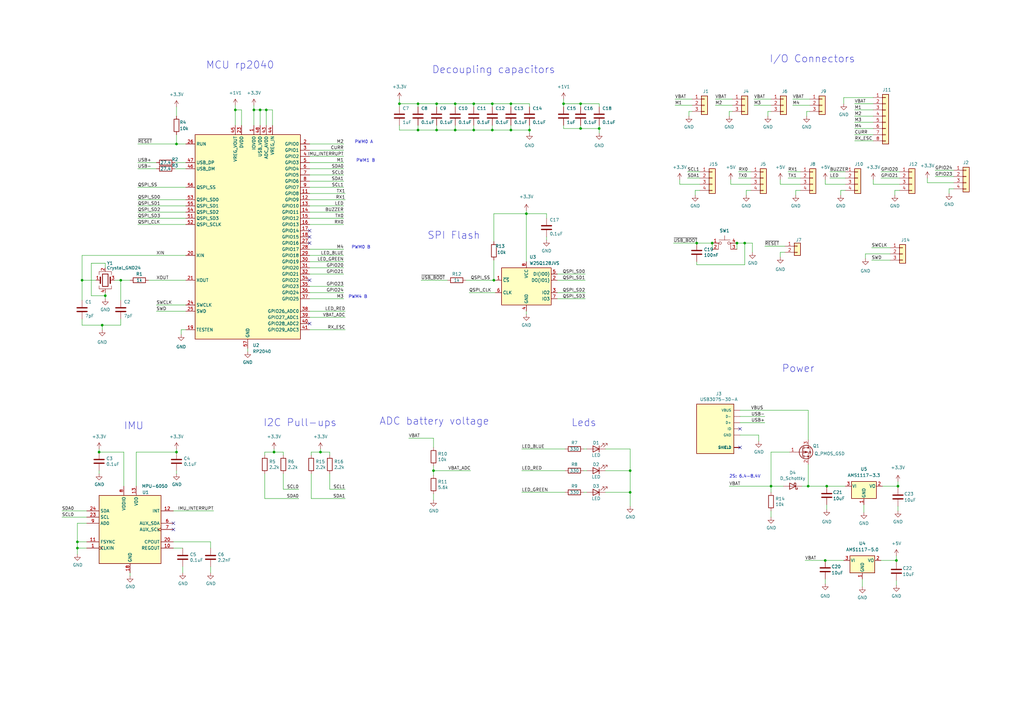
<source format=kicad_sch>
(kicad_sch (version 20211123) (generator eeschema)
  (paper "A3")
  (title_block (title "asac-fc") (date "2023-03-08") (rev "A") (company "Victor Krook"))
  (junction (at 316.23 199.39))
  (junction (at 217.17 53.34))
  (junction (at 194.31 53.34))
  (junction (at 171.45 42.545))
  (junction (at 339.09 199.39))
  (junction (at 292.1 99.695))
  (junction (at 245.745 52.705))
  (junction (at 96.52 45.085))
  (junction (at 215.9 87.63))
  (junction (at 258.445 201.93))
  (junction (at 163.83 42.545))
  (junction (at 368.3 199.39))
  (junction (at 31.75 224.79))
  (junction (at 43.18 121.285))
  (junction (at 302.26 99.695))
  (junction (at 367.665 229.87))
  (junction (at 179.07 53.34))
  (junction (at 194.31 42.545))
  (junction (at 112.395 185.42))
  (junction (at 209.55 42.545))
  (junction (at 209.55 53.34))
  (junction (at 201.93 53.34))
  (junction (at 171.45 53.34))
  (junction (at 202.565 114.935))
  (junction (at 131.445 185.42))
  (junction (at 338.455 229.87))
  (junction (at 238.125 42.545))
  (junction (at 72.39 59.055))
  (junction (at 177.8 193.04))
  (junction (at 186.69 42.545))
  (junction (at 231.14 42.545))
  (junction (at 40.64 185.42))
  (junction (at 72.39 185.42))
  (junction (at 331.47 199.39))
  (junction (at 201.93 42.545))
  (junction (at 238.125 52.705))
  (junction (at 31.75 222.25))
  (junction (at 186.69 53.34))
  (junction (at 104.14 45.085))
  (junction (at 285.75 99.695))
  (junction (at 305.435 99.695))
  (junction (at 258.445 193.04))
  (junction (at 106.68 45.085))
  (junction (at 33.655 114.935))
  (junction (at 109.22 45.085))
  (junction (at 179.07 42.545))
  (junction (at 41.91 133.35))
  (junction (at 49.53 114.935))
  (no_connect (at 71.12 214.63))
  (no_connect (at 71.12 217.17))
  (no_connect (at 127 132.715))
  (no_connect (at 127 97.155))
  (no_connect (at 127 99.695))
  (no_connect (at 303.53 183.515))
  (no_connect (at 127 94.615))
  (no_connect (at 127 114.935))
  (no_connect (at 303.53 175.895))
  (wire (pts (xy 202.565 114.935) (xy 203.2 114.935)))
  (wire (pts (xy 350.52 50.165) (xy 358.14 50.165)))
  (wire (pts (xy 209.55 51.435) (xy 209.55 53.34)))
  (wire (pts (xy 31.75 227.33) (xy 31.75 224.79)))
  (wire (pts (xy 228.6 120.015) (xy 240.03 120.015)))
  (wire (pts (xy 40.64 185.42) (xy 40.64 184.15)))
  (wire (pts (xy 339.09 199.39) (xy 346.71 199.39)))
  (wire (pts (xy 172.72 114.935) (xy 183.515 114.935)))
  (wire (pts (xy 391.16 72.39) (xy 383.54 72.39)))
  (wire (pts (xy 179.07 43.815) (xy 179.07 42.545)))
  (wire (pts (xy 99.06 45.085) (xy 96.52 45.085)))
  (wire (pts (xy 299.085 199.39) (xy 316.23 199.39)))
  (wire (pts (xy 350.52 52.705) (xy 358.14 52.705)))
  (wire (pts (xy 380.365 73.025) (xy 380.365 74.93)))
  (wire (pts (xy 127 135.255) (xy 141.605 135.255)))
  (wire (pts (xy 306.07 80.01) (xy 306.07 78.105)))
  (wire (pts (xy 179.07 53.34) (xy 179.07 51.435)))
  (wire (pts (xy 391.16 69.85) (xy 383.54 69.85)))
  (wire (pts (xy 201.93 42.545) (xy 209.55 42.545)))
  (wire (pts (xy 248.285 184.15) (xy 258.445 184.15)))
  (wire (pts (xy 302.26 99.695) (xy 305.435 99.695)))
  (wire (pts (xy 231.14 52.705) (xy 231.14 51.435)))
  (wire (pts (xy 53.34 236.22) (xy 53.34 234.95)))
  (wire (pts (xy 285.115 80.01) (xy 285.115 78.105)))
  (wire (pts (xy 33.655 130.81) (xy 33.655 133.35)))
  (wire (pts (xy 354.965 104.14) (xy 365.125 104.14)))
  (wire (pts (xy 177.8 193.04) (xy 193.04 193.04)))
  (wire (pts (xy 135.255 186.69) (xy 135.255 185.42)))
  (wire (pts (xy 127 120.015) (xy 140.97 120.015)))
  (wire (pts (xy 350.52 55.245) (xy 358.14 55.245)))
  (wire (pts (xy 64.135 127.635) (xy 76.2 127.635)))
  (wire (pts (xy 285.75 108.585) (xy 285.75 107.315)))
  (wire (pts (xy 131.445 185.42) (xy 127.635 185.42)))
  (wire (pts (xy 33.655 114.935) (xy 33.655 123.19)))
  (wire (pts (xy 305.435 99.695) (xy 308.61 99.695)))
  (wire (pts (xy 179.07 53.34) (xy 171.45 53.34)))
  (wire (pts (xy 116.205 185.42) (xy 112.395 185.42)))
  (wire (pts (xy 191.135 114.935) (xy 202.565 114.935)))
  (wire (pts (xy 316.23 199.39) (xy 316.23 185.42)))
  (wire (pts (xy 367.665 227.965) (xy 367.665 229.87)))
  (wire (pts (xy 350.52 57.785) (xy 358.14 57.785)))
  (wire (pts (xy 171.45 51.435) (xy 171.45 53.34)))
  (wire (pts (xy 111.76 45.085) (xy 111.76 51.435)))
  (wire (pts (xy 127 84.455) (xy 140.97 84.455)))
  (wire (pts (xy 86.36 222.25) (xy 71.12 222.25)))
  (wire (pts (xy 316.23 199.39) (xy 321.31 199.39)))
  (wire (pts (xy 368.3 197.485) (xy 368.3 199.39)))
  (wire (pts (xy 192.405 120.015) (xy 203.2 120.015)))
  (wire (pts (xy 325.12 40.64) (xy 332.105 40.64)))
  (wire (pts (xy 340.36 70.485) (xy 346.71 70.485)))
  (wire (pts (xy 248.285 201.93) (xy 258.445 201.93)))
  (wire (pts (xy 293.37 40.64) (xy 300.355 40.64)))
  (wire (pts (xy 37.465 107.95) (xy 37.465 121.285)))
  (wire (pts (xy 86.36 224.79) (xy 86.36 222.25)))
  (wire (pts (xy 112.395 185.42) (xy 108.585 185.42)))
  (wire (pts (xy 224.155 98.425) (xy 224.155 97.155)))
  (wire (pts (xy 127 127.635) (xy 141.605 127.635)))
  (wire (pts (xy 104.14 43.18) (xy 104.14 45.085)))
  (wire (pts (xy 328.93 199.39) (xy 331.47 199.39)))
  (wire (pts (xy 213.995 201.93) (xy 231.775 201.93)))
  (wire (pts (xy 245.745 42.545) (xy 238.125 42.545)))
  (wire (pts (xy 285.115 78.105) (xy 287.02 78.105)))
  (wire (pts (xy 202.565 106.68) (xy 202.565 114.935)))
  (wire (pts (xy 320.04 73.66) (xy 320.04 75.565)))
  (wire (pts (xy 71.12 224.79) (xy 74.93 224.79)))
  (wire (pts (xy 292.1 102.235) (xy 292.1 99.695)))
  (wire (pts (xy 368.3 199.39) (xy 368.3 200.025)))
  (wire (pts (xy 35.56 214.63) (xy 31.75 214.63)))
  (wire (pts (xy 56.515 92.075) (xy 76.2 92.075)))
  (wire (pts (xy 104.14 45.085) (xy 106.68 45.085)))
  (wire (pts (xy 131.445 185.42) (xy 131.445 184.15)))
  (wire (pts (xy 217.17 54.61) (xy 217.17 53.34)))
  (wire (pts (xy 72.39 59.055) (xy 76.2 59.055)))
  (wire (pts (xy 72.39 55.245) (xy 72.39 59.055)))
  (wire (pts (xy 330.835 47.625) (xy 330.835 45.72)))
  (wire (pts (xy 245.745 52.705) (xy 245.745 51.435)))
  (wire (pts (xy 209.55 42.545) (xy 217.17 42.545)))
  (wire (pts (xy 354.965 106.045) (xy 354.965 104.14)))
  (wire (pts (xy 122.555 200.66) (xy 116.205 200.66)))
  (wire (pts (xy 56.515 86.995) (xy 76.2 86.995)))
  (wire (pts (xy 320.04 103.505) (xy 320.04 105.41)))
  (wire (pts (xy 109.22 45.085) (xy 109.22 51.435)))
  (wire (pts (xy 276.86 43.18) (xy 283.845 43.18)))
  (wire (pts (xy 127 117.475) (xy 140.97 117.475)))
  (wire (pts (xy 96.52 43.18) (xy 96.52 45.085)))
  (wire (pts (xy 171.45 42.545) (xy 171.45 43.815)))
  (wire (pts (xy 74.295 135.255) (xy 76.2 135.255)))
  (wire (pts (xy 238.125 43.815) (xy 238.125 42.545)))
  (wire (pts (xy 217.17 51.435) (xy 217.17 53.34)))
  (wire (pts (xy 186.69 51.435) (xy 186.69 53.34)))
  (wire (pts (xy 245.745 43.815) (xy 245.745 42.545)))
  (wire (pts (xy 339.09 207.01) (xy 339.09 208.915)))
  (wire (pts (xy 330.2 229.87) (xy 338.455 229.87)))
  (wire (pts (xy 321.945 103.505) (xy 320.04 103.505)))
  (wire (pts (xy 167.64 179.705) (xy 177.8 179.705)))
  (wire (pts (xy 71.755 66.675) (xy 76.2 66.675)))
  (wire (pts (xy 74.295 137.16) (xy 74.295 135.255)))
  (wire (pts (xy 231.14 42.545) (xy 231.14 40.64)))
  (wire (pts (xy 353.695 237.49) (xy 353.695 240.665)))
  (wire (pts (xy 350.52 45.085) (xy 358.14 45.085)))
  (wire (pts (xy 163.83 43.815) (xy 163.83 42.545)))
  (wire (pts (xy 56.515 89.535) (xy 76.2 89.535)))
  (wire (pts (xy 35.56 222.25) (xy 31.75 222.25)))
  (wire (pts (xy 108.585 204.47) (xy 108.585 194.31)))
  (wire (pts (xy 338.455 229.87) (xy 346.075 229.87)))
  (wire (pts (xy 323.215 70.485) (xy 328.295 70.485)))
  (wire (pts (xy 72.39 43.815) (xy 72.39 47.625)))
  (wire (pts (xy 127.635 204.47) (xy 127.635 194.31)))
  (wire (pts (xy 33.655 104.775) (xy 76.2 104.775)))
  (wire (pts (xy 245.745 52.705) (xy 238.125 52.705)))
  (wire (pts (xy 60.96 114.935) (xy 76.2 114.935)))
  (wire (pts (xy 177.8 202.565) (xy 177.8 205.105)))
  (wire (pts (xy 194.31 42.545) (xy 201.93 42.545)))
  (wire (pts (xy 127 66.675) (xy 140.97 66.675)))
  (wire (pts (xy 326.39 80.01) (xy 326.39 78.105)))
  (wire (pts (xy 127.635 185.42) (xy 127.635 186.69)))
  (wire (pts (xy 281.94 73.025) (xy 287.02 73.025)))
  (wire (pts (xy 35.56 209.55) (xy 25.4 209.55)))
  (wire (pts (xy 163.83 53.34) (xy 163.83 51.435)))
  (wire (pts (xy 96.52 45.085) (xy 96.52 51.435)))
  (wire (pts (xy 245.745 54.61) (xy 245.745 52.705)))
  (wire (pts (xy 177.8 179.705) (xy 177.8 183.515)))
  (wire (pts (xy 49.53 114.935) (xy 49.53 123.19)))
  (wire (pts (xy 127 76.835) (xy 140.97 76.835)))
  (wire (pts (xy 213.995 184.15) (xy 231.775 184.15)))
  (wire (pts (xy 346.075 42.545) (xy 346.075 40.005)))
  (wire (pts (xy 238.125 42.545) (xy 231.14 42.545)))
  (wire (pts (xy 177.8 193.04) (xy 177.8 194.945)))
  (wire (pts (xy 299.085 45.72) (xy 300.355 45.72)))
  (wire (pts (xy 106.68 45.085) (xy 106.68 51.435)))
  (wire (pts (xy 308.61 99.695) (xy 308.61 103.505)))
  (wire (pts (xy 309.245 43.18) (xy 316.23 43.18)))
  (wire (pts (xy 74.93 232.41) (xy 74.93 234.95)))
  (wire (pts (xy 302.895 73.025) (xy 307.975 73.025)))
  (wire (pts (xy 330.835 45.72) (xy 332.105 45.72)))
  (wire (pts (xy 306.07 78.105) (xy 307.975 78.105)))
  (wire (pts (xy 368.3 207.645) (xy 368.3 209.55)))
  (wire (pts (xy 228.6 122.555) (xy 240.03 122.555)))
  (wire (pts (xy 239.395 201.93) (xy 240.665 201.93)))
  (wire (pts (xy 228.6 114.935) (xy 240.03 114.935)))
  (wire (pts (xy 344.805 80.01) (xy 344.805 78.105)))
  (wire (pts (xy 50.8 185.42) (xy 50.8 199.39)))
  (wire (pts (xy 358.14 75.565) (xy 368.935 75.565)))
  (wire (pts (xy 325.12 43.18) (xy 332.105 43.18)))
  (wire (pts (xy 209.55 42.545) (xy 209.55 43.815)))
  (wire (pts (xy 285.75 99.695) (xy 276.225 99.695)))
  (wire (pts (xy 127 112.395) (xy 140.97 112.395)))
  (wire (pts (xy 127 130.175) (xy 141.605 130.175)))
  (wire (pts (xy 46.99 114.935) (xy 49.53 114.935)))
  (wire (pts (xy 224.155 87.63) (xy 215.9 87.63)))
  (wire (pts (xy 361.95 199.39) (xy 368.3 199.39)))
  (wire (pts (xy 239.395 193.04) (xy 240.665 193.04)))
  (wire (pts (xy 104.14 45.085) (xy 104.14 51.435)))
  (wire (pts (xy 171.45 42.545) (xy 179.07 42.545)))
  (wire (pts (xy 367.665 238.125) (xy 367.665 240.03)))
  (wire (pts (xy 31.75 214.63) (xy 31.75 222.25)))
  (wire (pts (xy 108.585 185.42) (xy 108.585 186.69)))
  (wire (pts (xy 194.31 53.34) (xy 186.69 53.34)))
  (wire (pts (xy 127 92.075) (xy 140.97 92.075)))
  (wire (pts (xy 33.655 104.775) (xy 33.655 114.935)))
  (wire (pts (xy 302.26 102.235) (xy 302.26 99.695)))
  (wire (pts (xy 116.205 186.69) (xy 116.205 185.42)))
  (wire (pts (xy 389.255 77.47) (xy 391.16 77.47)))
  (wire (pts (xy 56.515 66.675) (xy 64.135 66.675)))
  (wire (pts (xy 344.805 78.105) (xy 346.71 78.105)))
  (wire (pts (xy 367.665 229.87) (xy 367.665 230.505)))
  (wire (pts (xy 71.755 69.215) (xy 76.2 69.215)))
  (wire (pts (xy 282.575 45.72) (xy 283.845 45.72)))
  (wire (pts (xy 194.31 51.435) (xy 194.31 53.34)))
  (wire (pts (xy 163.83 42.545) (xy 163.83 40.64)))
  (wire (pts (xy 338.455 73.66) (xy 338.455 75.565)))
  (wire (pts (xy 367.03 78.105) (xy 368.935 78.105)))
  (wire (pts (xy 112.395 185.42) (xy 112.395 184.15)))
  (wire (pts (xy 55.88 185.42) (xy 55.88 199.39)))
  (wire (pts (xy 127 86.995) (xy 140.97 86.995)))
  (wire (pts (xy 215.9 87.63) (xy 215.9 86.36)))
  (wire (pts (xy 127 89.535) (xy 140.97 89.535)))
  (wire (pts (xy 238.125 52.705) (xy 231.14 52.705)))
  (wire (pts (xy 31.75 224.79) (xy 35.56 224.79)))
  (wire (pts (xy 127 122.555) (xy 140.97 122.555)))
  (wire (pts (xy 122.555 204.47) (xy 108.585 204.47)))
  (wire (pts (xy 201.93 53.34) (xy 194.31 53.34)))
  (wire (pts (xy 43.18 121.285) (xy 43.18 122.555)))
  (wire (pts (xy 340.36 73.025) (xy 346.71 73.025)))
  (wire (pts (xy 56.515 81.915) (xy 76.2 81.915)))
  (wire (pts (xy 163.83 42.545) (xy 171.45 42.545)))
  (wire (pts (xy 41.91 133.35) (xy 41.91 135.255)))
  (wire (pts (xy 331.47 199.39) (xy 339.09 199.39)))
  (wire (pts (xy 56.515 69.215) (xy 64.135 69.215)))
  (wire (pts (xy 25.4 212.09) (xy 35.56 212.09)))
  (wire (pts (xy 202.565 87.63) (xy 202.565 99.06)))
  (wire (pts (xy 72.39 185.42) (xy 55.88 185.42)))
  (wire (pts (xy 33.655 114.935) (xy 39.37 114.935)))
  (wire (pts (xy 389.255 79.375) (xy 389.255 77.47)))
  (wire (pts (xy 141.605 204.47) (xy 127.635 204.47)))
  (wire (pts (xy 106.68 45.085) (xy 109.22 45.085)))
  (wire (pts (xy 367.03 80.01) (xy 367.03 78.105)))
  (wire (pts (xy 72.39 194.31) (xy 72.39 193.04)))
  (wire (pts (xy 299.72 75.565) (xy 307.975 75.565)))
  (wire (pts (xy 127 71.755) (xy 140.97 71.755)))
  (wire (pts (xy 179.07 42.545) (xy 186.69 42.545)))
  (wire (pts (xy 311.15 178.435) (xy 303.53 178.435)))
  (wire (pts (xy 71.12 209.55) (xy 87.63 209.55)))
  (wire (pts (xy 285.75 108.585) (xy 305.435 108.585)))
  (wire (pts (xy 177.8 191.135) (xy 177.8 193.04)))
  (wire (pts (xy 56.515 76.835) (xy 76.2 76.835)))
  (wire (pts (xy 258.445 201.93) (xy 258.445 207.645)))
  (wire (pts (xy 127 104.775) (xy 140.97 104.775)))
  (wire (pts (xy 40.64 185.42) (xy 50.8 185.42)))
  (wire (pts (xy 331.47 168.275) (xy 331.47 180.34)))
  (wire (pts (xy 171.45 53.34) (xy 163.83 53.34)))
  (wire (pts (xy 258.445 193.04) (xy 258.445 201.93)))
  (wire (pts (xy 323.215 73.025) (xy 328.295 73.025)))
  (wire (pts (xy 320.04 75.565) (xy 328.295 75.565)))
  (wire (pts (xy 281.94 70.485) (xy 287.02 70.485)))
  (wire (pts (xy 357.505 101.6) (xy 365.125 101.6)))
  (wire (pts (xy 37.465 121.285) (xy 43.18 121.285)))
  (wire (pts (xy 127 64.135) (xy 140.97 64.135)))
  (wire (pts (xy 127 81.915) (xy 141.605 81.915)))
  (wire (pts (xy 238.125 52.705) (xy 238.125 51.435)))
  (wire (pts (xy 99.06 51.435) (xy 99.06 45.085)))
  (wire (pts (xy 338.455 75.565) (xy 346.71 75.565)))
  (wire (pts (xy 64.135 125.095) (xy 76.2 125.095)))
  (wire (pts (xy 135.255 194.31) (xy 135.255 200.66)))
  (wire (pts (xy 303.53 173.355) (xy 313.69 173.355)))
  (wire (pts (xy 127 74.295) (xy 140.97 74.295)))
  (wire (pts (xy 326.39 78.105) (xy 328.295 78.105)))
  (wire (pts (xy 31.75 222.25) (xy 31.75 224.79)))
  (wire (pts (xy 302.895 70.485) (xy 307.975 70.485)))
  (wire (pts (xy 217.17 42.545) (xy 217.17 43.815)))
  (wire (pts (xy 293.37 43.18) (xy 300.355 43.18)))
  (wire (pts (xy 72.39 185.42) (xy 72.39 184.15)))
  (wire (pts (xy 56.515 59.055) (xy 72.39 59.055)))
  (wire (pts (xy 56.515 84.455) (xy 76.2 84.455)))
  (wire (pts (xy 299.72 73.66) (xy 299.72 75.565)))
  (wire (pts (xy 33.655 133.35) (xy 41.91 133.35)))
  (wire (pts (xy 313.69 170.815) (xy 303.53 170.815)))
  (wire (pts (xy 49.53 114.935) (xy 53.34 114.935)))
  (wire (pts (xy 368.935 73.025) (xy 361.315 73.025)))
  (wire (pts (xy 354.33 207.01) (xy 354.33 210.185)))
  (wire (pts (xy 49.53 133.35) (xy 49.53 130.81)))
  (wire (pts (xy 109.22 45.085) (xy 111.76 45.085)))
  (wire (pts (xy 186.69 42.545) (xy 186.69 43.815)))
  (wire (pts (xy 314.96 47.625) (xy 314.96 45.72)))
  (wire (pts (xy 276.86 40.64) (xy 283.845 40.64)))
  (wire (pts (xy 201.93 42.545) (xy 201.93 43.815)))
  (wire (pts (xy 217.17 53.34) (xy 209.55 53.34)))
  (wire (pts (xy 338.455 237.49) (xy 338.455 239.395)))
  (wire (pts (xy 239.395 184.15) (xy 240.665 184.15)))
  (wire (pts (xy 43.18 107.95) (xy 37.465 107.95)))
  (wire (pts (xy 228.6 112.395) (xy 240.03 112.395)))
  (wire (pts (xy 258.445 184.15) (xy 258.445 193.04)))
  (wire (pts (xy 248.285 193.04) (xy 258.445 193.04)))
  (wire (pts (xy 278.765 75.565) (xy 287.02 75.565)))
  (wire (pts (xy 309.245 40.64) (xy 316.23 40.64)))
  (wire (pts (xy 299.085 47.625) (xy 299.085 45.72)))
  (wire (pts (xy 305.435 99.695) (xy 305.435 108.585)))
  (wire (pts (xy 209.55 53.34) (xy 201.93 53.34)))
  (wire (pts (xy 380.365 74.93) (xy 391.16 74.93)))
  (wire (pts (xy 303.53 168.275) (xy 331.47 168.275)))
  (wire (pts (xy 40.64 194.31) (xy 40.64 193.04)))
  (wire (pts (xy 282.575 47.625) (xy 282.575 45.72)))
  (wire (pts (xy 101.6 142.875) (xy 101.6 144.145)))
  (wire (pts (xy 331.47 190.5) (xy 331.47 199.39)))
  (wire (pts (xy 186.69 53.34) (xy 179.07 53.34)))
  (wire (pts (xy 368.935 70.485) (xy 361.315 70.485)))
  (wire (pts (xy 127 107.315) (xy 140.97 107.315)))
  (wire (pts (xy 358.14 73.66) (xy 358.14 75.565)))
  (wire (pts (xy 127 69.215) (xy 140.97 69.215)))
  (wire (pts (xy 292.1 99.695) (xy 285.75 99.695)))
  (wire (pts (xy 213.995 193.04) (xy 231.775 193.04)))
  (wire (pts (xy 127 109.855) (xy 140.97 109.855)))
  (wire (pts (xy 346.075 40.005) (xy 358.14 40.005)))
  (wire (pts (xy 43.18 109.855) (xy 43.18 107.95)))
  (wire (pts (xy 316.23 201.93) (xy 316.23 199.39)))
  (wire (pts (xy 127 79.375) (xy 141.605 79.375)))
  (wire (pts (xy 314.96 45.72) (xy 316.23 45.72)))
  (wire (pts (xy 215.9 127.635) (xy 215.9 128.905)))
  (wire (pts (xy 316.23 185.42) (xy 323.85 185.42)))
  (wire (pts (xy 127 59.055) (xy 140.97 59.055)))
  (wire (pts (xy 86.36 232.41) (xy 86.36 234.95)))
  (wire (pts (xy 135.255 185.42) (xy 131.445 185.42)))
  (wire (pts (xy 224.155 89.535) (xy 224.155 87.63)))
  (wire (pts (xy 194.31 42.545) (xy 194.31 43.815)))
  (wire (pts (xy 215.9 87.63) (xy 202.565 87.63)))
  (wire (pts (xy 278.765 73.66) (xy 278.765 75.565)))
  (wire (pts (xy 321.945 100.965) (xy 313.69 100.965)))
  (wire (pts (xy 186.69 42.545) (xy 194.31 42.545)))
  (wire (pts (xy 350.52 47.625) (xy 358.14 47.625)))
  (wire (pts (xy 127 102.235) (xy 140.97 102.235)))
  (wire (pts (xy 141.605 200.66) (xy 135.255 200.66)))
  (wire (pts (xy 43.18 120.015) (xy 43.18 121.285)))
  (wire (pts (xy 201.93 51.435) (xy 201.93 53.34)))
  (wire (pts (xy 357.505 106.68) (xy 365.125 106.68)))
  (wire (pts (xy 116.205 194.31) (xy 116.205 200.66)))
  (wire (pts (xy 311.15 180.975) (xy 311.15 178.435)))
  (wire (pts (xy 361.315 229.87) (xy 367.665 229.87)))
  (wire (pts (xy 215.9 87.63) (xy 215.9 107.315)))
  (wire (pts (xy 231.14 43.815) (xy 231.14 42.545)))
  (wire (pts (xy 350.52 42.545) (xy 358.14 42.545)))
  (wire (pts (xy 316.23 212.09) (xy 316.23 209.55)))
  (wire (pts (xy 127 61.595) (xy 140.97 61.595)))
  (wire (pts (xy 41.91 133.35) (xy 49.53 133.35)))
  (text "Power" (at 320.675 153.035 0) (effects (font (size 2.9972 2.9972)) (justify left bottom)))
  (text "2S: 6.4-8.4V" (at 299.085 196.215 0) (effects (font (size 1.27 1.27)) (justify left bottom)))
  (text "MCU rp2040" (at 84.455 28.575 0) (effects (font (size 2.9972 2.9972)) (justify left bottom)))
  (text "IMU" (at 50.8 176.53 0) (effects (font (size 2.9972 2.9972)) (justify left bottom)))
  (text "Leds" (at 234.315 175.26 0) (effects (font (size 2.9972 2.9972)) (justify left bottom)))
  (text "PWM1 B" (at 146.05 66.675 0) (effects (font (size 1.27 1.27)) (justify left bottom)))
  (text "SPI Flash" (at 175.26 98.425 0) (effects (font (size 2.9972 2.9972)) (justify left bottom)))
  (text "Decoupling capacitors" (at 177.165 30.48 0) (effects (font (size 2.9972 2.9972)) (justify left bottom)))
  (text "I/O Connectors" (at 315.595 26.035 0) (effects (font (size 2.9972 2.9972)) (justify left bottom)))
  (text "PWM4 B" (at 142.875 122.555 0) (effects (font (size 1.27 1.27)) (justify left bottom)))
  (text "I2C Pull-ups" (at 107.95 175.26 0) (effects (font (size 2.9972 2.9972)) (justify left bottom)))
  (text "PWM0 A" (at 145.415 59.055 0) (effects (font (size 1.27 1.27)) (justify left bottom)))
  (text "ADC battery voltage" (at 155.575 174.625 0) (effects (font (size 2.9972 2.9972)) (justify left bottom)))
  (text "PWM0 B" (at 144.145 102.235 0) (effects (font (size 1.27 1.27)) (justify left bottom)))
  (label "M1" (at 140.97 66.675 180))
  (label "CURR" (at 140.97 61.595 180))
  (label "RX0" (at 140.97 92.075 180))
  (label "XIN" (at 64.135 104.775 0))
  (label "QSPI_SD1" (at 240.03 114.935 180))
  (label "TX0" (at 140.97 89.535 180))
  (label "SCL1" (at 140.97 76.835 180))
  (label "M3" (at 350.52 50.165 0))
  (label "SWCLK" (at 64.135 125.095 0))
  (label "GPIO23" (at 140.97 117.475 180))
  (label "LED_BLUE" (at 140.97 104.775 180))
  (label "XOUT" (at 64.135 114.935 0))
  (label "VBAT" (at 167.64 179.705 0))
  (label "GPIO23" (at 383.54 72.39 0))
  (label "SDA1" (at 140.97 74.295 180))
  (label "QSPI_SD1" (at 56.515 84.455 0))
  (label "SCL0" (at 122.555 200.66 180))
  (label "VBAT" (at 330.2 229.87 0))
  (label "SDA0" (at 140.97 69.215 180))
  (label "RX0" (at 302.895 70.485 0))
  (label "QSPI_SD0" (at 240.03 112.395 180))
  (label "GPIO24" (at 383.54 69.85 0))
  (label "USB-" (at 56.515 69.215 0))
  (label "RX_ESC" (at 141.605 135.255 180))
  (label "SDA1" (at 141.605 204.47 180))
  (label "VBUS" (at 307.975 168.275 0))
  (label "QSPI_SD3" (at 240.03 122.555 180))
  (label "USB+" (at 313.69 173.355 180))
  (label "RX1" (at 323.215 70.485 0))
  (label "SCL0" (at 25.4 212.09 0))
  (label "GPIO24" (at 140.97 120.015 180))
  (label "SCL1" (at 141.605 200.66 180))
  (label "QSPI_SS" (at 56.515 76.835 0))
  (label "QSPI_CLK" (at 56.515 92.075 0))
  (label "SWCLK" (at 357.505 101.6 0))
  (label "SWD" (at 357.505 106.68 0))
  (label "SCL1" (at 281.94 70.485 0))
  (label "SDA0" (at 122.555 204.47 180))
  (label "VBAT" (at 276.86 40.64 0))
  (label "VBAT" (at 299.085 199.39 0))
  (label "M1" (at 350.52 45.085 0))
  (label "M2" (at 140.97 59.055 180))
  (label "~{USB_BOOT}" (at 172.72 114.935 0))
  (label "M3" (at 140.97 122.555 180))
  (label "M4" (at 325.12 43.18 0))
  (label "BUZZER" (at 340.36 70.485 0))
  (label "VBAT" (at 293.37 40.64 0))
  (label "SDA1" (at 281.94 73.025 0))
  (label "SDA0" (at 25.4 209.55 0))
  (label "M4" (at 350.52 52.705 0))
  (label "QSPI_SD2" (at 56.515 86.995 0))
  (label "TX1" (at 141.605 79.375 180))
  (label "QSPI_SD3" (at 56.515 89.535 0))
  (label "USB+" (at 56.515 66.675 0))
  (label "LED_GREEN" (at 140.97 107.315 180))
  (label "LED_RED" (at 213.995 193.04 0))
  (label "LED_RED" (at 141.605 127.635 180))
  (label "M2" (at 293.37 43.18 0))
  (label "GPIO21" (at 140.97 112.395 180))
  (label "SCL0" (at 140.97 71.755 180))
  (label "M1" (at 276.86 43.18 0))
  (label "GPIO20" (at 140.97 109.855 180))
  (label "M4" (at 140.97 102.235 180))
  (label "VBAT" (at 309.245 40.64 0))
  (label "LED" (at 340.36 73.025 0))
  (label "BUZZER" (at 140.97 86.995 180))
  (label "~{RESET}" (at 313.69 100.965 0))
  (label "USB-" (at 313.69 170.815 180))
  (label "IMU_INTERRUPT" (at 140.97 64.135 180))
  (label "QSPI_CLK" (at 192.405 120.015 0))
  (label "M2" (at 350.52 47.625 0))
  (label "VBAT" (at 350.52 42.545 0))
  (label "QSPI_SD0" (at 56.515 81.915 0))
  (label "RX1" (at 141.605 81.915 180))
  (label "M3" (at 309.245 43.18 0))
  (label "QSPI_SS" (at 193.04 114.935 0))
  (label "LED_GREEN" (at 213.995 201.93 0))
  (label "GPIO21" (at 361.315 73.025 0))
  (label "VBAT_ADC" (at 193.04 193.04 180))
  (label "~{RESET}" (at 56.515 59.055 0))
  (label "LED_BLUE" (at 213.995 184.15 0))
  (label "TX0" (at 302.895 73.025 0))
  (label "IMU_INTERRUPT" (at 87.63 209.55 180))
  (label "SWD" (at 64.135 127.635 0))
  (label "RX_ESC" (at 350.52 57.785 0))
  (label "VBAT" (at 325.12 40.64 0))
  (label "TX1" (at 323.215 73.025 0))
  (label "CURR" (at 350.52 55.245 0))
  (label "LED" (at 140.97 84.455 180))
  (label "~{USB_BOOT}" (at 276.225 99.695 0))
  (label "GPIO20" (at 361.315 70.485 0))
  (label "VBAT_ADC" (at 141.605 130.175 180))
  (label "QSPI_SD2" (at 240.03 120.015 180))
  (symbol (lib_id "power:GND") (at 314.96 47.625 0) (unit 1)
    (property "Reference" "#PWR0120" (effects hide))
    (property "Value" "GND" (at 314.96 52.07 0))
  )
  (symbol (lib_id "Connector_Generic:Conn_01x03") (at 321.31 43.18 0) (unit 1)
    (property "Reference" "J6" (at 320.675 37.465 0) (effects (justify left)))
    (property "Value" "Conn_01x03" (effects hide))
    (property "Footprint" "Custom:Conn_01x03_2big_1small" (effects hide))
  )
  (symbol (lib_id "power:+3.3V") (at 72.39 43.815 0) (unit 1)
    (property "Reference" "#PWR0103" (effects hide))
    (property "Value" "+3.3V" (at 72.39 38.735 0))
  )
  (symbol (lib_id "Device:C") (at 201.93 47.625 0) (unit 1)
    (property "Reference" "C12" (at 203.2 44.45 0) (effects (justify left)))
    (property "Value" "0.1uF" (at 203.2 50.165 0) (effects (justify left)))
    (property "Footprint" "Capacitor_SMD:C_0402_1005Metric" (effects hide))
  )
  (symbol (lib_id "power:+1V1") (at 96.52 43.18 0) (unit 1)
    (property "Reference" "#PWR0102" (effects hide))
    (property "Value" "+1V1" (at 96.52 38.1 0))
  )
  (symbol (lib_id "power:GND") (at 339.09 208.915 0) (unit 1)
    (property "Reference" "#PWR0133" (effects hide))
    (property "Value" "GND" (at 339.09 213.995 0))
  )
  (symbol (lib_id "power:GND") (at 224.155 98.425 0) (unit 1)
    (property "Reference" "#PWR0148" (effects hide))
    (property "Value" "GND" (at 224.155 102.87 0))
  )
  (symbol (lib_id "power:+3.3V") (at 104.14 43.18 0) (unit 1)
    (property "Reference" "#PWR0101" (effects hide))
    (property "Value" "+3.3V" (at 104.14 38.1 0))
  )
  (symbol (lib_id "Device:C") (at 194.31 47.625 0) (unit 1)
    (property "Reference" "C11" (at 195.58 44.45 0) (effects (justify left)))
    (property "Value" "0.1uF" (at 195.58 50.165 0) (effects (justify left)))
    (property "Footprint" "Capacitor_SMD:C_0402_1005Metric" (effects hide))
  )
  (symbol (lib_id "power:+3.3V") (at 278.765 73.66 0) (unit 1)
    (property "Reference" "#PWR0153" (effects hide))
    (property "Value" "+3.3V" (at 278.765 68.58 0))
  )
  (symbol (lib_id "power:GND") (at 101.6 144.145 0) (unit 1)
    (property "Reference" "#PWR0109" (effects hide))
    (property "Value" "GND" (at 101.6 148.59 0))
  )
  (symbol (lib_id "Connector_Generic:Conn_01x03") (at 288.925 43.18 0) (unit 1)
    (property "Reference" "J1" (at 288.29 37.465 0) (effects (justify left)))
    (property "Value" "Conn_01x03" (effects hide))
    (property "Footprint" "Custom:Conn_01x03_2big_1small" (effects hide))
  )
  (symbol (lib_id "power:+5V") (at 320.04 73.66 0) (unit 1)
    (property "Reference" "#PWR0142" (effects hide))
    (property "Value" "+5V" (at 320.04 68.58 0))
  )
  (symbol (lib_id "Device:R") (at 316.23 205.74 0) (unit 1)
    (property "Reference" "R14" (at 318.008 204.5716 0) (effects (justify left)))
    (property "Value" "10k" (at 318.008 206.883 0) (effects (justify left)))
    (property "Footprint" "Resistor_SMD:R_0402_1005Metric" (effects hide))
  )
  (symbol (lib_id "power:GND") (at 316.23 212.09 0) (unit 1)
    (property "Reference" "#PWR0144" (effects hide))
    (property "Value" "GND" (at 316.357 216.4842 0))
  )
  (symbol (lib_id "Connector_Generic:Conn_01x04") (at 333.375 73.025 0) (unit 1)
    (property "Reference" "J8" (at 332.105 67.31 0) (effects (justify left)))
    (property "Value" "Conn_01x04" (effects hide))
    (property "Footprint" "Custom:Conn_01x04_fpv" (effects hide))
  )
  (symbol (lib_id "Device:C") (at 33.655 127 0) (unit 1)
    (property "Reference" "C1" (at 34.925 123.825 0) (effects (justify left)))
    (property "Value" "7pF" (at 34.925 129.54 0) (effects (justify left)))
    (property "Footprint" "Capacitor_SMD:C_0402_1005Metric" (effects hide))
  )
  (symbol (lib_id "power:GND") (at 330.835 47.625 0) (unit 1)
    (property "Reference" "#PWR0121" (effects hide))
    (property "Value" "GND" (at 330.835 52.07 0))
  )
  (symbol (lib_id "power:GND") (at 308.61 103.505 0) (unit 1)
    (property "Reference" "#PWR0147" (effects hide))
    (property "Value" "GND" (at 308.737 107.8992 0))
  )
  (symbol (lib_id "Connector_Generic:Conn_01x08") (at 363.22 47.625 0) (unit 1)
    (property "Reference" "J11" (at 361.95 36.83 0) (effects (justify left)))
    (property "Value" "Conn_01x08" (effects hide))
    (property "Footprint" "Connector_JST:JST_SH_SM08B-SRSS-TB_1x08-1MP_P1.00mm_Horizontal" (effects hide))
  )
  (symbol (lib_id "Connector_Generic:Conn_01x02") (at 327.025 100.965 0) (unit 1)
    (property "Reference" "J7" (at 326.39 98.425 0) (effects (justify left)))
    (property "Value" "Conn_01x02" (effects hide))
    (property "Footprint" "Custom:Conn_01x02_small" (effects hide))
  )
  (symbol (lib_id "Device:C") (at 40.64 189.23 0) (unit 1)
    (property "Reference" "C3" (at 43.561 188.0616 0) (effects (justify left)))
    (property "Value" "0.1uF" (at 43.561 190.373 0) (effects (justify left)))
    (property "Footprint" "Capacitor_SMD:C_0402_1005Metric" (effects hide))
  )
  (symbol (lib_id "power:GND") (at 41.91 135.255 0) (unit 1)
    (property "Reference" "#PWR0106" (effects hide))
    (property "Value" "GND" (at 41.91 140.335 0))
  )
  (symbol (lib_id "Connector_Generic:Conn_01x04") (at 374.015 73.025 0) (unit 1)
    (property "Reference" "J12" (at 372.745 67.31 0) (effects (justify left)))
    (property "Value" "Conn_01x04" (effects hide))
    (property "Footprint" "Custom:Conn_01x04_fpv_smd" (effects hide))
  )
  (symbol (lib_id "power:GND") (at 353.695 240.665 0) (unit 1)
    (property "Reference" "#PWR0136" (effects hide))
    (property "Value" "GND" (at 353.695 245.11 0))
  )
  (symbol (lib_id "Device:R") (at 235.585 201.93 270) (unit 1)
    (property "Reference" "R9" (at 235.585 199.39 90))
    (property "Value" "330" (at 235.585 201.93 90))
    (property "Footprint" "Resistor_SMD:R_0402_1005Metric" (effects hide))
  )
  (symbol (lib_id "power:GND") (at 311.15 180.975 0) (unit 1)
    (property "Reference" "#PWR0145" (effects hide))
    (property "Value" "GND" (at 311.277 185.3692 0))
  )
  (symbol (lib_id "power:GND") (at 177.8 205.105 0) (unit 1)
    (property "Reference" "#PWR0150" (effects hide))
    (property "Value" "GND" (at 177.927 209.4992 0))
  )
  (symbol (lib_id "Device:C") (at 368.3 203.835 0) (unit 1)
    (property "Reference" "C23" (at 370.84 202.565 0) (effects (justify left)))
    (property "Value" "10uF" (at 370.84 205.105 0) (effects (justify left)))
    (property "Footprint" "Capacitor_SMD:C_0805_2012Metric" (effects hide))
  )
  (symbol (lib_id "Device:C") (at 217.17 47.625 0) (unit 1)
    (property "Reference" "C14" (at 218.44 44.45 0) (effects (justify left)))
    (property "Value" "0.1uF" (at 218.44 50.165 0) (effects (justify left)))
    (property "Footprint" "Capacitor_SMD:C_0402_1005Metric" (effects hide))
  )
  (symbol (lib_id "Device:C") (at 49.53 127 0) (unit 1)
    (property "Reference" "C2" (at 50.8 123.825 0) (effects (justify left)))
    (property "Value" "7pF" (at 50.8 129.54 0) (effects (justify left)))
    (property "Footprint" "Capacitor_SMD:C_0402_1005Metric" (effects hide))
  )
  (symbol (lib_id "power:GND") (at 354.965 106.045 0) (unit 1)
    (property "Reference" "#PWR0151" (effects hide))
    (property "Value" "GND" (at 354.965 111.125 0))
  )
  (symbol (lib_id "power:+3.3V") (at 112.395 184.15 0) (unit 1)
    (property "Reference" "#PWR0118" (effects hide))
    (property "Value" "+3.3V" (at 112.395 179.07 0))
  )
  (symbol (lib_id "Device:C") (at 367.665 234.315 0) (unit 1)
    (property "Reference" "C22" (at 370.205 233.045 0) (effects (justify left)))
    (property "Value" "10uF" (at 370.205 235.585 0) (effects (justify left)))
    (property "Footprint" "Capacitor_SMD:C_0805_2012Metric" (effects hide))
  )
  (symbol (lib_id "Switch:SW_MEC_5E") (at 297.18 102.235 0) (unit 1)
    (property "Reference" "SW1" (at 297.18 94.615 0))
    (property "Value" "BOOT" (effects hide))
    (property "Footprint" "Custom:PTS815" (effects hide))
    (property "Datasheet" "http://www.apem.com/int/index.php?controller=attachment&id_attachment=1371" (effects hide))
  )
  (symbol (lib_id "power:GND") (at 285.115 80.01 0) (unit 1)
    (property "Reference" "#PWR0152" (effects hide))
    (property "Value" "GND" (at 285.115 84.455 0))
  )
  (symbol (lib_id "Connector_Generic:Conn_01x03") (at 370.205 104.14 0) (unit 1)
    (property "Reference" "J14" (at 369.57 98.425 0) (effects (justify left)))
    (property "Value" "Conn_01x03" (effects hide))
    (property "Footprint" "Connector_JST:JST_SH_SM03B-SRSS-TB_1x03-1MP_P1.00mm_Horizontal" (effects hide))
  )
  (symbol (lib_id "power:+3.3V") (at 131.445 184.15 0) (unit 1)
    (property "Reference" "#PWR0157" (effects hide))
    (property "Value" "+3.3V" (at 131.445 179.07 0))
  )
  (symbol (lib_id "power:GND") (at 217.17 54.61 0) (unit 1)
    (property "Reference" "#PWR0122" (effects hide))
    (property "Value" "GND" (at 217.17 59.69 0))
  )
  (symbol (lib_id "power:+3.3V") (at 72.39 184.15 0) (unit 1)
    (property "Reference" "#PWR0117" (effects hide))
    (property "Value" "+3.3V" (at 72.39 179.07 0))
  )
  (symbol (lib_id "Regulator_Linear:AMS1117-3.3") (at 354.33 199.39 0) (unit 1)
    (property "Reference" "U5" (at 354.33 192.405 0))
    (property "Value" "AMS1117-3.3" (at 354.33 194.945 0))
    (property "Footprint" "Package_TO_SOT_SMD:SOT-223-3_TabPin2" (effects hide))
    (property "Datasheet" "http://www.advanced-monolithic.com/pdf/ds1117.pdf" (effects hide))
  )
  (symbol (lib_id "power:GND") (at 354.33 210.185 0) (unit 1)
    (property "Reference" "#PWR0134" (effects hide))
    (property "Value" "GND" (at 354.33 214.63 0))
  )
  (symbol (lib_id "Device:C") (at 72.39 189.23 0) (unit 1)
    (property "Reference" "C4" (at 75.311 188.0616 0) (effects (justify left)))
    (property "Value" "0.1uF" (at 75.311 190.373 0) (effects (justify left)))
    (property "Footprint" "Capacitor_SMD:C_0402_1005Metric" (effects hide))
  )
  (symbol (lib_id "power:+5V") (at 299.72 73.66 0) (unit 1)
    (property "Reference" "#PWR0141" (effects hide))
    (property "Value" "+5V" (at 299.72 68.58 0))
  )
  (symbol (lib_id "power:+5V") (at 367.665 227.965 0) (unit 1)
    (property "Reference" "#PWR0137" (effects hide))
    (property "Value" "+5V" (at 367.665 222.885 0))
  )
  (symbol (lib_id "power:+5V") (at 338.455 73.66 0) (unit 1)
    (property "Reference" "#PWR0130" (effects hide))
    (property "Value" "+5V" (at 338.455 68.58 0))
  )
  (symbol (lib_id "power:GND") (at 338.455 239.395 0) (unit 1)
    (property "Reference" "#PWR0131" (effects hide))
    (property "Value" "GND" (at 338.455 244.475 0))
  )
  (symbol (lib_id "Memory_Flash:W25Q128JVS") (at 215.9 117.475 0) (unit 1)
    (property "Reference" "U3" (at 217.17 105.41 0) (effects (justify left)))
    (property "Value" "W25Q128JVS" (at 217.17 107.95 0) (effects (justify left)))
    (property "Footprint" "Package_SO:SOIC-8_5.23x5.23mm_P1.27mm" (effects hide))
    (property "Datasheet" "http://www.winbond.com/resource-files/w25q128jv_dtr%20revc%2003272018%20plus.pdf" (effects hide))
  )
  (symbol (lib_id "Device:R") (at 235.585 184.15 270) (unit 1)
    (property "Reference" "R7" (at 235.585 181.61 90))
    (property "Value" "330" (at 235.585 184.15 90))
    (property "Footprint" "Resistor_SMD:R_0402_1005Metric" (effects hide))
  )
  (symbol (lib_id "power:GND") (at 245.745 54.61 0) (unit 1)
    (property "Reference" "#PWR0127" (effects hide))
    (property "Value" "GND" (at 245.745 59.69 0))
  )
  (symbol (lib_id "power:+3.3V") (at 215.9 86.36 0) (unit 1)
    (property "Reference" "#PWR0126" (effects hide))
    (property "Value" "+3.3V" (at 215.9 80.645 0))
  )
  (symbol (lib_id "power:GND") (at 74.295 137.16 0) (unit 1)
    (property "Reference" "#PWR0104" (effects hide))
    (property "Value" "GND" (at 74.295 142.24 0))
  )
  (symbol (lib_id "power:GND") (at 368.3 209.55 0) (unit 1)
    (property "Reference" "#PWR0132" (effects hide))
    (property "Value" "GND" (at 368.3 213.995 0))
  )
  (symbol (lib_id "Connector_Generic:Conn_01x04") (at 351.79 73.025 0) (unit 1)
    (property "Reference" "J10" (at 350.52 67.31 0) (effects (justify left)))
    (property "Value" "Conn_01x04" (effects hide))
    (property "Footprint" "Custom:Conn_01x04_fpv" (effects hide))
  )
  (symbol (lib_id "Connector_Generic:Conn_01x03") (at 337.185 43.18 0) (unit 1)
    (property "Reference" "J9" (at 336.55 37.465 0) (effects (justify left)))
    (property "Value" "Conn_01x03" (effects hide))
    (property "Footprint" "Custom:Conn_01x03_2big_1small" (effects hide))
  )
  (symbol (lib_id "power:+3.3V") (at 380.365 73.025 0) (unit 1)
    (property "Reference" "#PWR0155" (effects hide))
    (property "Value" "+3.3V" (at 380.365 67.945 0))
  )
  (symbol (lib_id "MCU_RaspberryPi:RP2040") (at 101.6 97.155 0) (unit 1)
    (property "Reference" "U2" (at 103.6194 141.605 0) (effects (justify left)))
    (property "Value" "RP2040" (at 103.6194 144.145 0) (effects (justify left)))
    (property "Footprint" "Package_DFN_QFN:QFN-56-1EP_7x7mm_P0.4mm_EP3.2x3.2mm" (effects hide))
    (property "Datasheet" "https://datasheets.raspberrypi.com/rp2040/rp2040-datasheet.pdf" (effects hide))
  )
  (symbol (lib_id "power:GND") (at 31.75 227.33 0) (unit 1)
    (property "Reference" "#PWR0110" (effects hide))
    (property "Value" "GND" (at 31.877 231.7242 0))
  )
  (symbol (lib_id "Device:C") (at 74.93 228.6 0) (unit 1)
    (property "Reference" "C5" (at 77.851 227.4316 0) (effects (justify left)))
    (property "Value" "0.1uF" (at 77.851 229.743 0) (effects (justify left)))
    (property "Footprint" "Capacitor_SMD:C_0402_1005Metric" (effects hide))
  )
  (symbol (lib_id "power:GND") (at 72.39 194.31 0) (unit 1)
    (property "Reference" "#PWR0116" (effects hide))
    (property "Value" "GND" (at 72.517 198.7042 0))
  )
  (symbol (lib_id "Device:LED") (at 244.475 184.15 180) (unit 1)
    (property "Reference" "D1" (at 244.475 181.61 0))
    (property "Value" "LED" (at 244.475 186.69 0))
    (property "Footprint" "Custom:LED_0402_1005Metric_No_silk_dot" (effects hide))
  )
  (symbol (lib_id "power:+3.3V") (at 163.83 40.64 0) (unit 1)
    (property "Reference" "#PWR0108" (effects hide))
    (property "Value" "+3.3V" (at 163.83 35.56 0))
  )
  (symbol (lib_id "power:GND") (at 346.075 42.545 0) (unit 1)
    (property "Reference" "#PWR0128" (effects hide))
    (property "Value" "GND" (at 346.075 46.99 0))
  )
  (symbol (lib_id "power:GND") (at 299.085 47.625 0) (unit 1)
    (property "Reference" "#PWR0119" (effects hide))
    (property "Value" "GND" (at 299.085 52.07 0))
  )
  (symbol (lib_id "power:GND") (at 367.665 240.03 0) (unit 1)
    (property "Reference" "#PWR0135" (effects hide))
    (property "Value" "GND" (at 367.665 244.475 0))
  )
  (symbol (lib_id "power:GND") (at 389.255 79.375 0) (unit 1)
    (property "Reference" "#PWR0156" (effects hide))
    (property "Value" "GND" (at 389.255 83.82 0))
  )
  (symbol (lib_id "Device:R") (at 187.325 114.935 90) (unit 1)
    (property "Reference" "R12" (at 187.325 112.395 90))
    (property "Value" "1k" (at 187.325 114.935 90))
    (property "Footprint" "Resistor_SMD:R_0402_1005Metric" (effects hide))
  )
  (symbol (lib_id "Device:Q_PMOS_GSD") (at 328.93 185.42 0) (unit 1)
    (property "Reference" "Q1" (at 333.375 182.88 0) (effects (justify left)))
    (property "Value" "Q_PMOS_GSD" (at 334.01 186.055 0) (effects (justify left)))
    (property "Footprint" "Package_TO_SOT_SMD:SOT-23" (effects hide))
  )
  (symbol (lib_id "Device:C") (at 179.07 47.625 0) (unit 1)
    (property "Reference" "C9" (at 180.34 44.45 0) (effects (justify left)))
    (property "Value" "0.1uF" (at 180.34 50.165 0) (effects (justify left)))
    (property "Footprint" "Capacitor_SMD:C_0402_1005Metric" (effects hide))
  )
  (symbol (lib_id "Device:Crystal_GND24") (at 43.18 114.935 0) (unit 1)
    (property "Reference" "Y1" (at 45.085 107.95 0))
    (property "Value" "Crystal_GND24" (at 50.8 109.855 0))
    (property "Footprint" "Crystal:Crystal_SMD_2016-4Pin_2.0x1.6mm" (effects hide))
  )
  (symbol (lib_id "Device:R") (at 127.635 190.5 0) (unit 1)
    (property "Reference" "R15" (at 129.413 189.3316 0) (effects (justify left)))
    (property "Value" "2.2k" (at 129.413 191.643 0) (effects (justify left)))
    (property "Footprint" "Resistor_SMD:R_0402_1005Metric" (effects hide))
  )
  (symbol (lib_id "Device:D_Schottky") (at 325.12 199.39 180) (unit 1)
    (property "Reference" "D4" (at 325.12 193.8782 0))
    (property "Value" "D_Schottky" (at 325.12 196.1896 0))
    (property "Footprint" "Diode_SMD:D_SOD-123" (effects hide))
  )
  (symbol (lib_id "Device:C") (at 163.83 47.625 0) (unit 1)
    (property "Reference" "C7" (at 165.1 44.45 0) (effects (justify left)))
    (property "Value" "1uF" (at 165.1 50.165 0) (effects (justify left)))
    (property "Footprint" "Capacitor_SMD:C_0402_1005Metric" (effects hide))
  )
  (symbol (lib_id "power:+3.3V") (at 368.3 197.485 0) (unit 1)
    (property "Reference" "#PWR0138" (effects hide))
    (property "Value" "+3.3V" (at 368.3 191.77 0))
  )
  (symbol (lib_id "Connector_Generic:Conn_01x04") (at 313.055 73.025 0) (unit 1)
    (property "Reference" "J5" (at 311.785 67.31 0) (effects (justify left)))
    (property "Value" "Conn_01x04" (effects hide))
    (property "Footprint" "Custom:Conn_01x04_fpv" (effects hide))
  )
  (symbol (lib_id "Device:C") (at 339.09 203.2 0) (unit 1)
    (property "Reference" "C21" (at 341.63 201.93 0) (effects (justify left)))
    (property "Value" "10uF" (at 341.63 204.47 0) (effects (justify left)))
    (property "Footprint" "Capacitor_SMD:C_0805_2012Metric" (effects hide))
  )
  (symbol (lib_id "power:GND") (at 320.04 105.41 0) (mirror y) (unit 1)
    (property "Reference" "#PWR0146" (effects hide))
    (property "Value" "GND" (at 320.04 110.49 0))
  )
  (symbol (lib_id "Device:R") (at 67.945 66.675 90) (unit 1)
    (property "Reference" "R2" (at 71.755 65.405 90))
    (property "Value" "27.4" (at 67.945 66.675 90))
    (property "Footprint" "Resistor_SMD:R_0402_1005Metric" (effects hide))
  )
  (symbol (lib_id "power:GND") (at 43.18 122.555 0) (unit 1)
    (property "Reference" "#PWR0105" (effects hide))
    (property "Value" "GND" (at 43.18 127 0))
  )
  (symbol (lib_id "Device:R") (at 177.8 198.755 0) (unit 1)
    (property "Reference" "R11" (at 179.578 197.5866 0) (effects (justify left)))
    (property "Value" "5.6k" (at 179.578 199.898 0) (effects (justify left)))
    (property "Footprint" "Resistor_SMD:R_0402_1005Metric" (effects hide))
  )
  (symbol (lib_id "power:GND") (at 367.03 80.01 0) (unit 1)
    (property "Reference" "#PWR0154" (effects hide))
    (property "Value" "GND" (at 367.03 84.455 0))
  )
  (symbol (lib_id "Device:R") (at 235.585 193.04 270) (unit 1)
    (property "Reference" "R8" (at 235.585 190.5 90))
    (property "Value" "330" (at 235.585 193.04 90))
    (property "Footprint" "Resistor_SMD:R_0402_1005Metric" (effects hide))
  )
  (symbol (lib_id "Connector_Generic:Conn_01x04") (at 292.1 73.025 0) (unit 1)
    (property "Reference" "J15" (at 290.83 67.31 0) (effects (justify left)))
    (property "Value" "Conn_01x04" (effects hide))
    (property "Footprint" "Custom:Conn_01x04_fpv" (effects hide))
  )
  (symbol (lib_id "power:+1V1") (at 231.14 40.64 0) (unit 1)
    (property "Reference" "#PWR0123" (effects hide))
    (property "Value" "+1V1" (at 231.14 35.56 0))
  )
  (symbol (lib_id "Device:C") (at 86.36 228.6 0) (unit 1)
    (property "Reference" "C6" (at 89.281 227.4316 0) (effects (justify left)))
    (property "Value" "2.2nF" (at 89.281 229.743 0) (effects (justify left)))
    (property "Footprint" "Capacitor_SMD:C_0402_1005Metric" (effects hide))
  )
  (symbol (lib_id "power:GND") (at 40.64 194.31 0) (unit 1)
    (property "Reference" "#PWR0113" (effects hide))
    (property "Value" "GND" (at 40.767 198.7042 0))
  )
  (symbol (lib_id "Device:C") (at 231.14 47.625 0) (unit 1)
    (property "Reference" "C15" (at 232.41 44.45 0) (effects (justify left)))
    (property "Value" "1uF" (at 232.41 50.165 0) (effects (justify left)))
    (property "Footprint" "Capacitor_SMD:C_0402_1005Metric" (effects hide))
  )
  (symbol (lib_id "Device:R") (at 108.585 190.5 0) (unit 1)
    (property "Reference" "R5" (at 110.363 189.3316 0) (effects (justify left)))
    (property "Value" "2.2k" (at 110.363 191.643 0) (effects (justify left)))
    (property "Footprint" "Resistor_SMD:R_0402_1005Metric" (effects hide))
  )
  (symbol (lib_id "power:GND") (at 282.575 47.625 0) (unit 1)
    (property "Reference" "#PWR0124" (effects hide))
    (property "Value" "GND" (at 282.575 52.07 0))
  )
  (symbol (lib_id "Connector_Generic:Conn_01x04") (at 396.24 72.39 0) (unit 1)
    (property "Reference" "J2" (at 394.97 66.675 0) (effects (justify left)))
    (property "Value" "Conn_01x04" (effects hide))
    (property "Footprint" "Custom:Conn_01x04_fpv_smd" (effects hide))
  )
  (symbol (lib_id "power:GND") (at 86.36 234.95 0) (unit 1)
    (property "Reference" "#PWR0114" (effects hide))
    (property "Value" "GND" (at 86.487 239.3442 0))
  )
  (symbol (lib_id "Connector_Generic:Conn_01x03") (at 305.435 43.18 0) (unit 1)
    (property "Reference" "J4" (at 304.8 37.465 0) (effects (justify left)))
    (property "Value" "Conn_01x03" (effects hide))
    (property "Footprint" "Custom:Conn_01x03_2big_1small" (effects hide))
  )
  (symbol (lib_id "power:+3.3V") (at 358.14 73.66 0) (unit 1)
    (property "Reference" "#PWR0139" (effects hide))
    (property "Value" "+3.3V" (at 358.14 68.58 0))
  )
  (symbol (lib_id "power:GND") (at 306.07 80.01 0) (unit 1)
    (property "Reference" "#PWR0140" (effects hide))
    (property "Value" "GND" (at 306.07 84.455 0))
  )
  (symbol (lib_id "power:GND") (at 326.39 80.01 0) (unit 1)
    (property "Reference" "#PWR0143" (effects hide))
    (property "Value" "GND" (at 326.39 84.455 0))
  )
  (symbol (lib_id "Regulator_Linear:AMS1117-5.0") (at 353.695 229.87 0) (unit 1)
    (property "Reference" "U4" (at 353.695 222.885 0))
    (property "Value" "AMS1117-5.0" (at 353.695 225.425 0))
    (property "Footprint" "Package_TO_SOT_SMD:SOT-223-3_TabPin2" (effects hide))
    (property "Datasheet" "http://www.advanced-monolithic.com/pdf/ds1117.pdf" (effects hide))
  )
  (symbol (lib_id "power:GND") (at 258.445 207.645 0) (unit 1)
    (property "Reference" "#PWR0107" (effects hide))
    (property "Value" "GND" (at 258.572 212.0392 0))
  )
  (symbol (lib_id "Sensor_Motion:MPU-6050") (at 53.34 217.17 0) (unit 1)
    (property "Reference" "U1" (at 59.69 201.93 0))
    (property "Value" "MPU-6050" (at 63.5 199.39 0))
    (property "Footprint" "Sensor_Motion:InvenSense_QFN-24_4x4mm_P0.5mm" (effects hide))
    (property "Datasheet" "https://store.invensense.com/datasheets/invensense/MPU-6050_DataSheet_V3%204.pdf" (effects hide))
  )
  (symbol (lib_id "Device:R") (at 67.945 69.215 90) (unit 1)
    (property "Reference" "R3" (at 71.755 67.945 90))
    (property "Value" "27.4" (at 67.945 69.215 90))
    (property "Footprint" "Resistor_SMD:R_0402_1005Metric" (effects hide))
  )
  (symbol (lib_id "Device:C") (at 245.745 47.625 0) (unit 1)
    (property "Reference" "C18" (at 247.015 44.45 0) (effects (justify left)))
    (property "Value" "0.1uF" (at 247.015 50.165 0) (effects (justify left)))
    (property "Footprint" "Capacitor_SMD:C_0402_1005Metric" (effects hide))
  )
  (symbol (lib_id "Device:R") (at 177.8 187.325 0) (unit 1)
    (property "Reference" "R10" (at 179.578 186.1566 0) (effects (justify left)))
    (property "Value" "10k" (at 179.578 188.468 0) (effects (justify left)))
    (property "Footprint" "Resistor_SMD:R_0402_1005Metric" (effects hide))
  )
  (symbol (lib_id "Device:C") (at 224.155 93.345 0) (unit 1)
    (property "Reference" "C17" (at 225.425 90.17 0) (effects (justify left)))
    (property "Value" "0.1uF" (at 225.425 95.885 0) (effects (justify left)))
    (property "Footprint" "Capacitor_SMD:C_0402_1005Metric" (effects hide))
  )
  (symbol (lib_id "Device:C") (at 209.55 47.625 0) (unit 1)
    (property "Reference" "C13" (at 210.82 44.45 0) (effects (justify left)))
    (property "Value" "0.1uF" (at 210.82 50.165 0) (effects (justify left)))
    (property "Footprint" "Capacitor_SMD:C_0402_1005Metric" (effects hide))
  )
  (symbol (lib_id "power:GND") (at 344.805 80.01 0) (unit 1)
    (property "Reference" "#PWR0125" (effects hide))
    (property "Value" "GND" (at 344.805 84.455 0))
  )
  (symbol (lib_id "Device:R") (at 202.565 102.87 180) (unit 1)
    (property "Reference" "R13" (at 205.105 100.965 0))
    (property "Value" "10k" (at 205.74 103.505 0))
    (property "Footprint" "Resistor_SMD:R_0402_1005Metric" (effects hide))
  )
  (symbol (lib_id "tradfri-rescue:USB3075-30-A-Custom_Symbols") (at 293.37 175.895 0) (mirror y) (unit 1)
    (property "Reference" "J3" (at 294.8178 161.4932 0))
    (property "Value" "USB3075-30-A" (at 294.8178 163.8046 0))
    (property "Footprint" "Custom:USB3075-30-A_No_silk" (effects hide))
    (property "MANUFACTURER" "Global Connector Technology" (effects hide))
    (property "PARTREV" "D3" (effects hide))
    (property "MAXIMUM_PACKAGE_HEIGHT" "2.66mm" (effects hide))
    (property "STANDARD" "Manufacturer recommendations" (effects hide))
  )
  (symbol (lib_id "Device:R") (at 135.255 190.5 0) (unit 1)
    (property "Reference" "R16" (at 137.033 189.3316 0) (effects (justify left)))
    (property "Value" "2.2k" (at 137.033 191.643 0) (effects (justify left)))
    (property "Footprint" "Resistor_SMD:R_0402_1005Metric" (effects hide))
  )
  (symbol (lib_id "Device:R") (at 116.205 190.5 0) (unit 1)
    (property "Reference" "R6" (at 117.983 189.3316 0) (effects (justify left)))
    (property "Value" "2.2k" (at 117.983 191.643 0) (effects (justify left)))
    (property "Footprint" "Resistor_SMD:R_0402_1005Metric" (effects hide))
  )
  (symbol (lib_id "Device:C") (at 285.75 103.505 0) (unit 1)
    (property "Reference" "C19" (at 288.671 102.3366 0) (effects (justify left)))
    (property "Value" "100nF" (at 288.671 104.648 0) (effects (justify left)))
    (property "Footprint" "Capacitor_SMD:C_0402_1005Metric" (effects hide))
  )
  (symbol (lib_id "power:+3.3V") (at 40.64 184.15 0) (unit 1)
    (property "Reference" "#PWR0112" (effects hide))
    (property "Value" "+3.3V" (at 40.64 179.07 0))
  )
  (symbol (lib_id "Device:C") (at 238.125 47.625 0) (unit 1)
    (property "Reference" "C16" (at 239.395 44.45 0) (effects (justify left)))
    (property "Value" "0.1uF" (at 239.395 50.165 0) (effects (justify left)))
    (property "Footprint" "Capacitor_SMD:C_0402_1005Metric" (effects hide))
  )
  (symbol (lib_id "Device:C") (at 186.69 47.625 0) (unit 1)
    (property "Reference" "C10" (at 187.96 44.45 0) (effects (justify left)))
    (property "Value" "0.1uF" (at 187.96 50.165 0) (effects (justify left)))
    (property "Footprint" "Capacitor_SMD:C_0402_1005Metric" (effects hide))
  )
  (symbol (lib_id "Device:LED") (at 244.475 201.93 180) (unit 1)
    (property "Reference" "D3" (at 244.475 199.39 0))
    (property "Value" "LED" (at 244.475 204.47 0))
    (property "Footprint" "Custom:LED_0402_1005Metric_No_silk_dot" (effects hide))
  )
  (symbol (lib_id "power:GND") (at 74.93 234.95 0) (unit 1)
    (property "Reference" "#PWR0115" (effects hide))
    (property "Value" "GND" (at 75.057 239.3442 0))
  )
  (symbol (lib_id "power:GND") (at 215.9 128.905 0) (unit 1)
    (property "Reference" "#PWR0149" (effects hide))
    (property "Value" "GND" (at 215.9 133.35 0))
  )
  (symbol (lib_id "power:GND") (at 53.34 236.22 0) (unit 1)
    (property "Reference" "#PWR0111" (effects hide))
    (property "Value" "GND" (at 53.467 240.6142 0))
  )
  (symbol (lib_id "Device:LED") (at 244.475 193.04 180) (unit 1)
    (property "Reference" "D2" (at 244.475 190.5 0))
    (property "Value" "LED" (at 244.475 195.58 0))
    (property "Footprint" "Custom:LED_0402_1005Metric_No_silk_dot" (effects hide))
  )
  (symbol (lib_id "Device:R") (at 72.39 51.435 0) (unit 1)
    (property "Reference" "R4" (at 73.66 50.165 0) (effects (justify left)))
    (property "Value" "10k" (at 73.66 52.705 0) (effects (justify left)))
    (property "Footprint" "Resistor_SMD:R_0402_1005Metric" (effects hide))
  )
  (symbol (lib_id "Device:R") (at 57.15 114.935 90) (unit 1)
    (property "Reference" "R1" (at 57.15 112.395 90))
    (property "Value" "1k" (at 57.15 114.935 90))
    (property "Footprint" "Resistor_SMD:R_0402_1005Metric" (effects hide))
  )
  (symbol (lib_id "Device:C") (at 338.455 233.68 0) (unit 1)
    (property "Reference" "C20" (at 340.995 232.41 0) (effects (justify left)))
    (property "Value" "10uF" (at 340.995 234.95 0) (effects (justify left)))
    (property "Footprint" "Capacitor_SMD:C_0805_2012Metric" (effects hide))
  )
  (symbol (lib_id "Device:C") (at 171.45 47.625 0) (unit 1)
    (property "Reference" "C8" (at 172.72 44.45 0) (effects (justify left)))
    (property "Value" "0.1uF" (at 172.72 50.165 0) (effects (justify left)))
    (property "Footprint" "Capacitor_SMD:C_0402_1005Metric" (effects hide))
  )
)
</source>
